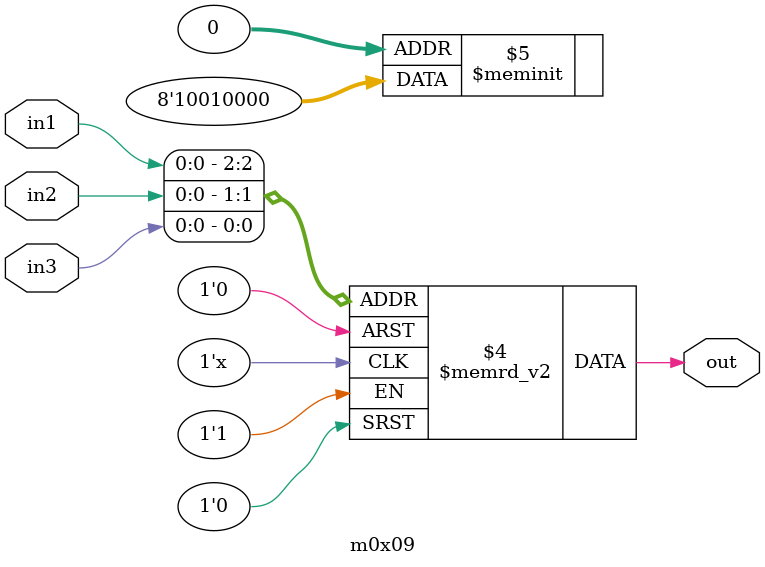
<source format=v>
module m0x09(output out, input in1, in2, in3);

   always @(in1, in2, in3)
     begin
        case({in1, in2, in3})
          3'b000: {out} = 1'b0;
          3'b001: {out} = 1'b0;
          3'b010: {out} = 1'b0;
          3'b011: {out} = 1'b0;
          3'b100: {out} = 1'b1;
          3'b101: {out} = 1'b0;
          3'b110: {out} = 1'b0;
          3'b111: {out} = 1'b1;
        endcase // case ({in1, in2, in3})
     end // always @ (in1, in2, in3)

endmodule // m0x09
</source>
